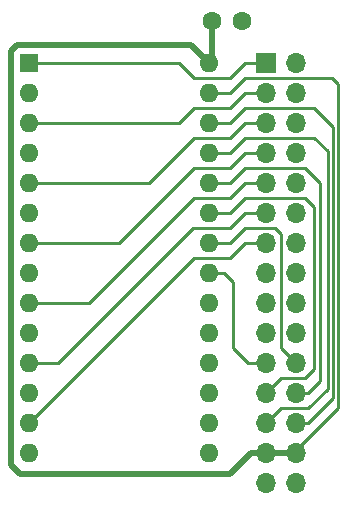
<source format=gbr>
%TF.GenerationSoftware,KiCad,Pcbnew,(5.99.0-7356-g63088e8bdb)*%
%TF.CreationDate,2021-06-15T10:51:38+08:00*%
%TF.ProjectId,AdapterCartdrige,41646170-7465-4724-9361-727464726967,rev?*%
%TF.SameCoordinates,Original*%
%TF.FileFunction,Copper,L1,Top*%
%TF.FilePolarity,Positive*%
%FSLAX46Y46*%
G04 Gerber Fmt 4.6, Leading zero omitted, Abs format (unit mm)*
G04 Created by KiCad (PCBNEW (5.99.0-7356-g63088e8bdb)) date 2021-06-15 10:51:38*
%MOMM*%
%LPD*%
G01*
G04 APERTURE LIST*
%TA.AperFunction,ComponentPad*%
%ADD10R,1.700000X1.700000*%
%TD*%
%TA.AperFunction,ComponentPad*%
%ADD11O,1.700000X1.700000*%
%TD*%
%TA.AperFunction,ComponentPad*%
%ADD12C,1.600000*%
%TD*%
%TA.AperFunction,ComponentPad*%
%ADD13R,1.600000X1.600000*%
%TD*%
%TA.AperFunction,ComponentPad*%
%ADD14O,1.600000X1.600000*%
%TD*%
%TA.AperFunction,Conductor*%
%ADD15C,0.500000*%
%TD*%
%TA.AperFunction,Conductor*%
%ADD16C,0.250000*%
%TD*%
G04 APERTURE END LIST*
D10*
%TO.P,J1,1,Pin_1*%
%TO.N,/A14*%
X121920000Y-51054000D03*
D11*
%TO.P,J1,2,Pin_2*%
%TO.N,/A12*%
X124460000Y-51054000D03*
%TO.P,J1,3,Pin_3*%
%TO.N,/A7*%
X121920000Y-53594000D03*
%TO.P,J1,4,Pin_4*%
%TO.N,/A6*%
X124460000Y-53594000D03*
%TO.P,J1,5,Pin_5*%
%TO.N,/A5*%
X121920000Y-56134000D03*
%TO.P,J1,6,Pin_6*%
%TO.N,/A4*%
X124460000Y-56134000D03*
%TO.P,J1,7,Pin_7*%
%TO.N,/A3*%
X121920000Y-58674000D03*
%TO.P,J1,8,Pin_8*%
%TO.N,/A2*%
X124460000Y-58674000D03*
%TO.P,J1,9,Pin_9*%
%TO.N,/A1*%
X121920000Y-61214000D03*
%TO.P,J1,10,Pin_10*%
%TO.N,/A0*%
X124460000Y-61214000D03*
%TO.P,J1,11,Pin_11*%
%TO.N,/D0*%
X121920000Y-63754000D03*
%TO.P,J1,12,Pin_12*%
%TO.N,/D1*%
X124460000Y-63754000D03*
%TO.P,J1,13,Pin_13*%
%TO.N,/D2*%
X121920000Y-66294000D03*
%TO.P,J1,14,Pin_14*%
%TO.N,GND*%
X124460000Y-66294000D03*
%TO.P,J1,15,Pin_15*%
%TO.N,/D3*%
X121920000Y-68834000D03*
%TO.P,J1,16,Pin_16*%
%TO.N,/D4*%
X124460000Y-68834000D03*
%TO.P,J1,17,Pin_17*%
%TO.N,/D5*%
X121920000Y-71374000D03*
%TO.P,J1,18,Pin_18*%
%TO.N,/D6*%
X124460000Y-71374000D03*
%TO.P,J1,19,Pin_19*%
%TO.N,/D7*%
X121920000Y-73914000D03*
%TO.P,J1,20,Pin_20*%
%TO.N,CS*%
X124460000Y-73914000D03*
%TO.P,J1,21,Pin_21*%
%TO.N,/A10*%
X121920000Y-76454000D03*
%TO.P,J1,22,Pin_22*%
%TO.N,OE*%
X124460000Y-76454000D03*
%TO.P,J1,23,Pin_23*%
%TO.N,/A11*%
X121920000Y-78994000D03*
%TO.P,J1,24,Pin_24*%
%TO.N,/A9*%
X124460000Y-78994000D03*
%TO.P,J1,25,Pin_25*%
%TO.N,/A8*%
X121920000Y-81534000D03*
%TO.P,J1,26,Pin_26*%
%TO.N,/A13*%
X124460000Y-81534000D03*
%TO.P,J1,27,Pin_27*%
%TO.N,+5V*%
X121920000Y-84074000D03*
%TO.P,J1,28,Pin_28*%
X124460000Y-84074000D03*
%TO.P,J1,29,Pin_29*%
%TO.N,GND*%
X121920000Y-86614000D03*
%TO.P,J1,30,Pin_30*%
X124460000Y-86614000D03*
%TD*%
D12*
%TO.P,C1,1*%
%TO.N,+5V*%
X117348000Y-47498000D03*
%TO.P,C1,2*%
%TO.N,GND*%
X119848000Y-47498000D03*
%TD*%
D13*
%TO.P,U1,1,A14*%
%TO.N,/A14*%
X101854000Y-51054000D03*
D14*
%TO.P,U1,2,A12*%
%TO.N,/A12*%
X101854000Y-53594000D03*
%TO.P,U1,3,A7*%
%TO.N,/A7*%
X101854000Y-56134000D03*
%TO.P,U1,4,A6*%
%TO.N,/A6*%
X101854000Y-58674000D03*
%TO.P,U1,5,A5*%
%TO.N,/A5*%
X101854000Y-61214000D03*
%TO.P,U1,6,A4*%
%TO.N,/A4*%
X101854000Y-63754000D03*
%TO.P,U1,7,A3*%
%TO.N,/A3*%
X101854000Y-66294000D03*
%TO.P,U1,8,A2*%
%TO.N,/A2*%
X101854000Y-68834000D03*
%TO.P,U1,9,A1*%
%TO.N,/A1*%
X101854000Y-71374000D03*
%TO.P,U1,10,A0*%
%TO.N,/A0*%
X101854000Y-73914000D03*
%TO.P,U1,11,D0*%
%TO.N,/D0*%
X101854000Y-76454000D03*
%TO.P,U1,12,D1*%
%TO.N,/D1*%
X101854000Y-78994000D03*
%TO.P,U1,13,D2*%
%TO.N,/D2*%
X101854000Y-81534000D03*
%TO.P,U1,14,GND*%
%TO.N,GND*%
X101854000Y-84074000D03*
%TO.P,U1,15,D3*%
%TO.N,/D3*%
X117094000Y-84074000D03*
%TO.P,U1,16,D4*%
%TO.N,/D4*%
X117094000Y-81534000D03*
%TO.P,U1,17,D5*%
%TO.N,/D5*%
X117094000Y-78994000D03*
%TO.P,U1,18,D6*%
%TO.N,/D6*%
X117094000Y-76454000D03*
%TO.P,U1,19,D7*%
%TO.N,/D7*%
X117094000Y-73914000D03*
%TO.P,U1,20,~CS*%
%TO.N,CS*%
X117094000Y-71374000D03*
%TO.P,U1,21,A10*%
%TO.N,/A10*%
X117094000Y-68834000D03*
%TO.P,U1,22,~OE*%
%TO.N,OE*%
X117094000Y-66294000D03*
%TO.P,U1,23,A11*%
%TO.N,/A11*%
X117094000Y-63754000D03*
%TO.P,U1,24,A9*%
%TO.N,/A9*%
X117094000Y-61214000D03*
%TO.P,U1,25,A8*%
%TO.N,/A8*%
X117094000Y-58674000D03*
%TO.P,U1,26,A13*%
%TO.N,/A13*%
X117094000Y-56134000D03*
%TO.P,U1,27,~WE*%
%TO.N,+5V*%
X117094000Y-53594000D03*
%TO.P,U1,28,VCC*%
X117094000Y-51054000D03*
%TD*%
D15*
%TO.N,+5V*%
X100838000Y-49530000D02*
X100330000Y-50038000D01*
X120650000Y-84074000D02*
X121920000Y-84074000D01*
D16*
X118872000Y-53594000D02*
X120142000Y-52324000D01*
X127508000Y-52324000D02*
X128016000Y-52832000D01*
X128016000Y-52832000D02*
X128016000Y-80264000D01*
D15*
X101092000Y-85852000D02*
X118872000Y-85852000D01*
X115570000Y-49530000D02*
X100838000Y-49530000D01*
D16*
X128016000Y-80264000D02*
X127762000Y-80518000D01*
D15*
X117348000Y-47498000D02*
X117348000Y-50800000D01*
X100330000Y-50038000D02*
X100330000Y-85090000D01*
D16*
X127762000Y-80518000D02*
X125476000Y-82804000D01*
D15*
X117094000Y-51054000D02*
X115570000Y-49530000D01*
D16*
X124460000Y-84074000D02*
X124460000Y-83820000D01*
X120142000Y-52324000D02*
X127508000Y-52324000D01*
D15*
X118872000Y-85852000D02*
X120650000Y-84074000D01*
X100330000Y-85090000D02*
X101092000Y-85852000D01*
X117348000Y-50800000D02*
X117094000Y-51054000D01*
X124460000Y-84074000D02*
X121920000Y-84074000D01*
D16*
X124460000Y-83820000D02*
X127762000Y-80518000D01*
X117094000Y-53594000D02*
X118872000Y-53594000D01*
%TO.N,/A13*%
X120142000Y-54864000D02*
X125984000Y-54864000D01*
X125476000Y-81534000D02*
X124460000Y-81534000D01*
X125984000Y-54864000D02*
X127565990Y-56445990D01*
X127565990Y-56445990D02*
X127565990Y-79444010D01*
X127565990Y-79444010D02*
X125476000Y-81534000D01*
X117094000Y-56134000D02*
X118872000Y-56134000D01*
X118872000Y-56134000D02*
X120142000Y-54864000D01*
%TO.N,/A8*%
X123190000Y-80264000D02*
X121920000Y-81534000D01*
X120142000Y-57404000D02*
X125984000Y-57404000D01*
X127115980Y-58535980D02*
X127115980Y-78624020D01*
X125476000Y-80264000D02*
X123190000Y-80264000D01*
X125984000Y-57404000D02*
X127115980Y-58535980D01*
X127115980Y-78624020D02*
X125476000Y-80264000D01*
X117094000Y-58674000D02*
X118872000Y-58674000D01*
X118872000Y-58674000D02*
X120142000Y-57404000D01*
%TO.N,/A9*%
X125222000Y-59944000D02*
X126492000Y-61214000D01*
X117094000Y-61214000D02*
X118872000Y-61214000D01*
X125476000Y-78994000D02*
X124460000Y-78994000D01*
X120142000Y-59944000D02*
X125222000Y-59944000D01*
X118872000Y-61214000D02*
X120142000Y-59944000D01*
X126492000Y-61214000D02*
X126492000Y-77978000D01*
X126492000Y-77978000D02*
X125476000Y-78994000D01*
%TO.N,/A11*%
X125984000Y-63246000D02*
X125222000Y-62484000D01*
X123190000Y-77724000D02*
X125222000Y-77724000D01*
X125222000Y-62484000D02*
X120142000Y-62484000D01*
X118872000Y-63754000D02*
X117094000Y-63754000D01*
X125984000Y-76962000D02*
X125984000Y-63246000D01*
X121920000Y-78994000D02*
X123190000Y-77724000D01*
X125222000Y-77724000D02*
X125984000Y-76962000D01*
X120142000Y-62484000D02*
X118872000Y-63754000D01*
%TO.N,OE*%
X123190000Y-65532000D02*
X123190000Y-75184000D01*
X122682000Y-65024000D02*
X123190000Y-65532000D01*
X117094000Y-66294000D02*
X118872000Y-66294000D01*
X120142000Y-65024000D02*
X122682000Y-65024000D01*
X118872000Y-66294000D02*
X120142000Y-65024000D01*
X123190000Y-75184000D02*
X124460000Y-76454000D01*
%TO.N,/A10*%
X117094000Y-68834000D02*
X118364000Y-68834000D01*
X119126000Y-69596000D02*
X119126000Y-75184000D01*
X118364000Y-68834000D02*
X119126000Y-69596000D01*
X119126000Y-75184000D02*
X120396000Y-76454000D01*
X120396000Y-76454000D02*
X121920000Y-76454000D01*
%TO.N,/D2*%
X118872000Y-67564000D02*
X115824000Y-67564000D01*
X115824000Y-67564000D02*
X101854000Y-81534000D01*
X121920000Y-66294000D02*
X120142000Y-66294000D01*
X120142000Y-66294000D02*
X118872000Y-67564000D01*
%TO.N,/D0*%
X121920000Y-63754000D02*
X120142000Y-63754000D01*
X115697000Y-65024000D02*
X104267000Y-76454000D01*
X120142000Y-63754000D02*
X118872000Y-65024000D01*
X118872000Y-65024000D02*
X115697000Y-65024000D01*
X104267000Y-76454000D02*
X101854000Y-76454000D01*
%TO.N,/A1*%
X106934000Y-71374000D02*
X101854000Y-71374000D01*
X120142000Y-61214000D02*
X118872000Y-62484000D01*
X118872000Y-62484000D02*
X115824000Y-62484000D01*
X121920000Y-61214000D02*
X120142000Y-61214000D01*
X115824000Y-62484000D02*
X106934000Y-71374000D01*
%TO.N,/A3*%
X109474000Y-66294000D02*
X101854000Y-66294000D01*
X118872000Y-59944000D02*
X115824000Y-59944000D01*
X115824000Y-59944000D02*
X109474000Y-66294000D01*
X121920000Y-58674000D02*
X120142000Y-58674000D01*
X120142000Y-58674000D02*
X118872000Y-59944000D01*
%TO.N,/A5*%
X118872000Y-57404000D02*
X115824000Y-57404000D01*
X112014000Y-61214000D02*
X101854000Y-61214000D01*
X121920000Y-56134000D02*
X120142000Y-56134000D01*
X120142000Y-56134000D02*
X118872000Y-57404000D01*
X115824000Y-57404000D02*
X112014000Y-61214000D01*
%TO.N,/A7*%
X121920000Y-53594000D02*
X120142000Y-53594000D01*
X118872000Y-54864000D02*
X115824000Y-54864000D01*
X120142000Y-53594000D02*
X118872000Y-54864000D01*
X114554000Y-56134000D02*
X101854000Y-56134000D01*
X115824000Y-54864000D02*
X114554000Y-56134000D01*
%TO.N,/A14*%
X120142000Y-51054000D02*
X118872000Y-52324000D01*
X115824000Y-52324000D02*
X114554000Y-51054000D01*
X121920000Y-51054000D02*
X120142000Y-51054000D01*
X118872000Y-52324000D02*
X115824000Y-52324000D01*
X114554000Y-51054000D02*
X101854000Y-51054000D01*
%TD*%
M02*

</source>
